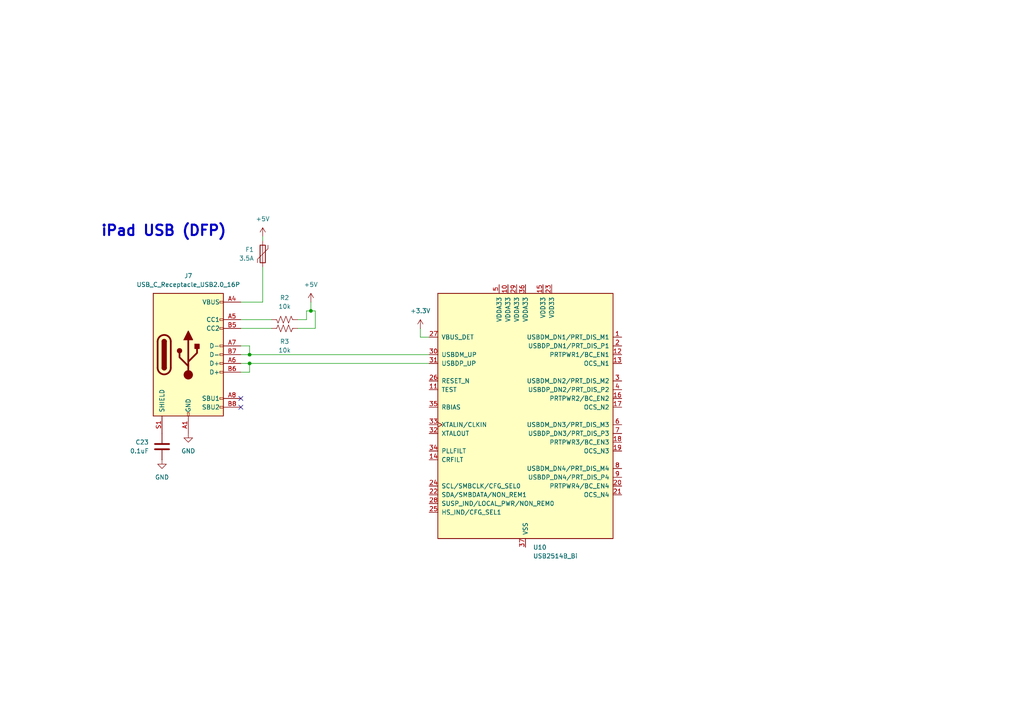
<source format=kicad_sch>
(kicad_sch (version 20231120) (generator "eeschema") (generator_version "8.0")
  (paper "A4")
  (lib_symbols
    (symbol "Connector:USB_C_Receptacle_USB2.0_16P" (pin_names (offset 1.016))
      (property "Reference" "J" (at 0 22.225 0))
      (property "Value" "USB_C_Receptacle_USB2.0_16P" (at 0 19.685 0))
      (symbol "USB_C_Receptacle_USB2.0_16P_0_0"
        (rectangle (start -0.254 -17.78) (end 0.254 -16.764))
        (rectangle (start 10.16 -14.986) (end 9.144 -15.494))
        (rectangle (start 10.16 -12.446) (end 9.144 -12.954))
        (rectangle (start 10.16 -4.826) (end 9.144 -5.334))
        (rectangle (start 10.16 -2.286) (end 9.144 -2.794))
        (rectangle (start 10.16 0.254) (end 9.144 -0.254))
        (rectangle (start 10.16 2.794) (end 9.144 2.286))
        (rectangle (start 10.16 7.874) (end 9.144 7.366))
        (rectangle (start 10.16 10.414) (end 9.144 9.906))
        (rectangle (start 10.16 15.494) (end 9.144 14.986))
      )
      (symbol "USB_C_Receptacle_USB2.0_16P_0_1"
        (rectangle (start -10.16 17.78) (end 10.16 -17.78) (stroke (width 0.254)) (fill (type background)))
        (arc (start -8.89 -3.81) (mid -6.985 -5.7067) (end -5.08 -3.81) (stroke (width 0.508)))
        (arc (start -7.62 -3.81) (mid -6.985 -4.4423) (end -6.35 -3.81) (stroke (width 0.254)))
        (arc (start -7.62 -3.81) (mid -6.985 -4.4423) (end -6.35 -3.81) (stroke (width 0.254)) (fill (type outline)))
        (rectangle (start -7.62 -3.81) (end -6.35 3.81) (stroke (width 0.254)) (fill (type outline)))
        (arc (start -6.35 3.81) (mid -6.985 4.4423) (end -7.62 3.81) (stroke (width 0.254)))
        (arc (start -6.35 3.81) (mid -6.985 4.4423) (end -7.62 3.81) (stroke (width 0.254)) (fill (type outline)))
        (arc (start -5.08 3.81) (mid -6.985 5.7067) (end -8.89 3.81) (stroke (width 0.508)))
        (circle (center -2.54 1.143) (radius 0.635) (stroke (width 0.254)) (fill (type outline)))
        (circle (center 0 -5.842) (radius 1.27) (fill (type outline)))
        (polyline (pts (xy -8.89 -3.81) (xy -8.89 3.81)) (stroke (width 0.508)))
        (polyline (pts (xy -5.08 3.81) (xy -5.08 -3.81)) (stroke (width 0.508)))
        (polyline (pts (xy 0 -5.842) (xy 0 4.318)) (stroke (width 0.508)))
        (polyline (pts (xy 0 -3.302) (xy -2.54 -0.762) (xy -2.54 0.508)) (stroke (width 0.508)))
        (polyline (pts (xy 0 -2.032) (xy 2.54 0.508) (xy 2.54 1.778)) (stroke (width 0.508)))
        (polyline (pts (xy -1.27 4.318) (xy 0 6.858) (xy 1.27 4.318) (xy -1.27 4.318)) (stroke (width 0.254)) (fill (type outline)))
        (rectangle (start 1.905 1.778) (end 3.175 3.048) (stroke (width 0.254)) (fill (type outline)))
      )
      (symbol "USB_C_Receptacle_USB2.0_16P_1_1"
        (pin passive line (at 0 -22.86 90) (length 5.08) (name "GND") (number "A1"))
        (pin passive line (at 0 -22.86 90) (length 5.08) hide (name "GND") (number "A12"))
        (pin passive line (at 15.24 15.24 180) (length 5.08) (name "VBUS") (number "A4"))
        (pin bidirectional line (at 15.24 10.16 180) (length 5.08) (name "CC1") (number "A5"))
        (pin bidirectional line (at 15.24 -2.54 180) (length 5.08) (name "D+") (number "A6"))
        (pin bidirectional line (at 15.24 2.54 180) (length 5.08) (name "D-") (number "A7"))
        (pin bidirectional line (at 15.24 -12.7 180) (length 5.08) (name "SBU1") (number "A8"))
        (pin passive line (at 15.24 15.24 180) (length 5.08) hide (name "VBUS") (number "A9"))
        (pin passive line (at 0 -22.86 90) (length 5.08) hide (name "GND") (number "B1"))
        (pin passive line (at 0 -22.86 90) (length 5.08) hide (name "GND") (number "B12"))
        (pin passive line (at 15.24 15.24 180) (length 5.08) hide (name "VBUS") (number "B4"))
        (pin bidirectional line (at 15.24 7.62 180) (length 5.08) (name "CC2") (number "B5"))
        (pin bidirectional line (at 15.24 -5.08 180) (length 5.08) (name "D+") (number "B6"))
        (pin bidirectional line (at 15.24 0 180) (length 5.08) (name "D-") (number "B7"))
        (pin bidirectional line (at 15.24 -15.24 180) (length 5.08) (name "SBU2") (number "B8"))
        (pin passive line (at 15.24 15.24 180) (length 5.08) hide (name "VBUS") (number "B9"))
        (pin passive line (at -7.62 -22.86 90) (length 5.08) (name "SHIELD") (number "S1"))
      )
    )
    (symbol "Device:C" (pin_numbers hide) (pin_names (offset 0.254))
      (property "Reference" "C" (at 0.635 2.54 0))
      (property "Value" "C" (at 0.635 -2.54 0))
      (symbol "C_0_1"
        (polyline (pts (xy -2.032 -0.762) (xy 2.032 -0.762)) (stroke (width 0.508)))
        (polyline (pts (xy -2.032 0.762) (xy 2.032 0.762)) (stroke (width 0.508)))
      )
      (symbol "C_1_1"
        (pin passive line (at 0 3.81 270) (length 2.794) (name "~") (number "1"))
        (pin passive line (at 0 -3.81 90) (length 2.794) (name "~") (number "2"))
      )
    )
    (symbol "Device:Polyfuse" (pin_numbers hide) (pin_names (offset 0))
      (property "Reference" "F" (at -2.54 0 90))
      (property "Value" "Polyfuse" (at 2.54 0 90))
      (symbol "Polyfuse_0_1"
        (rectangle (start -0.762 2.54) (end 0.762 -2.54) (stroke (width 0.254)))
        (polyline (pts (xy 0 2.54) (xy 0 -2.54)))
        (polyline (pts (xy -1.524 2.54) (xy -1.524 1.524) (xy 1.524 -1.524) (xy 1.524 -2.54)))
      )
      (symbol "Polyfuse_1_1"
        (pin passive line (at 0 3.81 270) (length 1.27) (name "~") (number "1"))
        (pin passive line (at 0 -3.81 90) (length 1.27) (name "~") (number "2"))
      )
    )
    (symbol "Device:R_US" (pin_numbers hide) (pin_names (offset 0))
      (property "Reference" "R" (at 2.54 0 90))
      (property "Value" "R_US" (at -2.54 0 90))
      (symbol "R_US_0_1"
        (polyline (pts (xy 0 -2.286) (xy 0 -2.54)))
        (polyline (pts (xy 0 2.286) (xy 0 2.54)))
        (polyline (pts (xy 0 -0.762) (xy 1.016 -1.143) (xy 0 -1.524) (xy -1.016 -1.905) (xy 0 -2.286)))
        (polyline (pts (xy 0 0.762) (xy 1.016 0.381) (xy 0 0) (xy -1.016 -0.381) (xy 0 -0.762)))
        (polyline (pts (xy 0 2.286) (xy 1.016 1.905) (xy 0 1.524) (xy -1.016 1.143) (xy 0 0.762)))
      )
      (symbol "R_US_1_1"
        (pin passive line (at 0 3.81 270) (length 1.27) (name "~") (number "1"))
        (pin passive line (at 0 -3.81 90) (length 1.27) (name "~") (number "2"))
      )
    )
    (symbol "Interface_USB:USB2514B_Bi" (pin_names (offset 1.016))
      (property "Reference" "U" (at -17.78 40.64 0))
      (property "Value" "USB2514B_Bi" (at -20.32 38.1 0))
      (symbol "USB2514B_Bi_0_1"
        (rectangle (start -25.4 35.56) (end 25.4 -35.56) (stroke (width 0.254)) (fill (type background)))
      )
      (symbol "USB2514B_Bi_1_1"
        (pin bidirectional line (at 27.94 22.86 180) (length 2.54) (name "USBDM_DN1/PRT_DIS_M1") (number "1"))
        (pin power_in line (at -5.08 38.1 270) (length 2.54) (name "VDDA33") (number "10"))
        (pin input line (at -27.94 7.62 0) (length 2.54) (name "TEST") (number "11"))
        (pin bidirectional line (at 27.94 17.78 180) (length 2.54) (name "PRTPWR1/BC_EN1") (number "12"))
        (pin input line (at 27.94 15.24 180) (length 2.54) (name "OCS_N1") (number "13"))
        (pin input line (at -27.94 -12.7 0) (length 2.54) (name "CRFILT") (number "14"))
        (pin power_in line (at 5.08 38.1 270) (length 2.54) (name "VDD33") (number "15"))
        (pin bidirectional line (at 27.94 5.08 180) (length 2.54) (name "PRTPWR2/BC_EN2") (number "16"))
        (pin input line (at 27.94 2.54 180) (length 2.54) (name "OCS_N2") (number "17"))
        (pin bidirectional line (at 27.94 -7.62 180) (length 2.54) (name "PRTPWR3/BC_EN3") (number "18"))
        (pin input line (at 27.94 -10.16 180) (length 2.54) (name "OCS_N3") (number "19"))
        (pin bidirectional line (at 27.94 20.32 180) (length 2.54) (name "USBDP_DN1/PRT_DIS_P1") (number "2"))
        (pin bidirectional line (at 27.94 -20.32 180) (length 2.54) (name "PRTPWR4/BC_EN4") (number "20"))
        (pin input line (at 27.94 -22.86 180) (length 2.54) (name "OCS_N4") (number "21"))
        (pin bidirectional line (at -27.94 -22.86 0) (length 2.54) (name "SDA/SMBDATA/NON_REM1") (number "22"))
        (pin power_in line (at 7.62 38.1 270) (length 2.54) (name "VDD33") (number "23"))
        (pin bidirectional line (at -27.94 -20.32 0) (length 2.54) (name "SCL/SMBCLK/CFG_SEL0") (number "24"))
        (pin bidirectional line (at -27.94 -27.94 0) (length 2.54) (name "HS_IND/CFG_SEL1") (number "25"))
        (pin input line (at -27.94 10.16 0) (length 2.54) (name "RESET_N") (number "26"))
        (pin input line (at -27.94 22.86 0) (length 2.54) (name "VBUS_DET") (number "27"))
        (pin bidirectional line (at -27.94 -25.4 0) (length 2.54) (name "SUSP_IND/LOCAL_PWR/NON_REM0") (number "28"))
        (pin power_in line (at -2.54 38.1 270) (length 2.54) (name "VDDA33") (number "29"))
        (pin bidirectional line (at 27.94 10.16 180) (length 2.54) (name "USBDM_DN2/PRT_DIS_M2") (number "3"))
        (pin bidirectional line (at -27.94 17.78 0) (length 2.54) (name "USBDM_UP") (number "30"))
        (pin bidirectional line (at -27.94 15.24 0) (length 2.54) (name "USBDP_UP") (number "31"))
        (pin output line (at -27.94 -5.08 0) (length 2.54) (name "XTALOUT") (number "32"))
        (pin input clock (at -27.94 -2.54 0) (length 2.54) (name "XTALIN/CLKIN") (number "33"))
        (pin input line (at -27.94 -10.16 0) (length 2.54) (name "PLLFILT") (number "34"))
        (pin input line (at -27.94 2.54 0) (length 2.54) (name "RBIAS") (number "35"))
        (pin power_in line (at 0 38.1 270) (length 2.54) (name "VDDA33") (number "36"))
        (pin power_in line (at 0 -38.1 90) (length 2.54) (name "VSS") (number "37"))
        (pin bidirectional line (at 27.94 7.62 180) (length 2.54) (name "USBDP_DN2/PRT_DIS_P2") (number "4"))
        (pin power_in line (at -7.62 38.1 270) (length 2.54) (name "VDDA33") (number "5"))
        (pin bidirectional line (at 27.94 -2.54 180) (length 2.54) (name "USBDM_DN3/PRT_DIS_M3") (number "6"))
        (pin bidirectional line (at 27.94 -5.08 180) (length 2.54) (name "USBDP_DN3/PRT_DIS_P3") (number "7"))
        (pin bidirectional line (at 27.94 -15.24 180) (length 2.54) (name "USBDM_DN4/PRT_DIS_M4") (number "8"))
        (pin bidirectional line (at 27.94 -17.78 180) (length 2.54) (name "USBDP_DN4/PRT_DIS_P4") (number "9"))
      )
    )
    (symbol "power:+3.3V" (power) (pin_numbers hide) (pin_names (offset 0) hide)
      (property "Value" "+3.3V" (at 0 3.556 0))
      (symbol "+3.3V_0_1"
        (polyline (pts (xy -0.762 1.27) (xy 0 2.54)))
        (polyline (pts (xy 0 0) (xy 0 2.54)))
        (polyline (pts (xy 0 2.54) (xy 0.762 1.27)))
      )
      (symbol "+3.3V_1_1"
        (pin power_in line (at 0 0 90) (length 0) (name "~") (number "1"))
      )
    )
    (symbol "power:+5V" (power) (pin_numbers hide) (pin_names (offset 0) hide)
      (property "Value" "+5V" (at 0 3.556 0))
      (symbol "+5V_0_1"
        (polyline (pts (xy -0.762 1.27) (xy 0 2.54)))
        (polyline (pts (xy 0 0) (xy 0 2.54)))
        (polyline (pts (xy 0 2.54) (xy 0.762 1.27)))
      )
      (symbol "+5V_1_1"
        (pin power_in line (at 0 0 90) (length 0) (name "~") (number "1"))
      )
    )
    (symbol "power:GND" (power) (pin_numbers hide) (pin_names (offset 0) hide)
      (property "Value" "GND" (at 0 -3.81 0))
      (symbol "GND_0_1"
        (polyline (pts (xy 0 0) (xy 0 -1.27) (xy 1.27 -1.27) (xy 0 -2.54) (xy -1.27 -1.27) (xy 0 -1.27)))
      )
      (symbol "GND_1_1"
        (pin power_in line (at 0 0 270) (length 0) (name "~") (number "1"))
      )
    )
  )
  (junction (at 72.39 105.41))
  (junction (at 90.17 90.17))
  (junction (at 72.39 102.87))
  (no_connect (at 69.85 115.57))
  (no_connect (at 69.85 118.11))
  (wire (pts (xy 72.39 100.33) (xy 72.39 102.87)))
  (wire (pts (xy 88.9 90.17) (xy 88.9 92.71)))
  (wire (pts (xy 78.74 92.71) (xy 69.85 92.71)))
  (wire (pts (xy 124.46 97.79) (xy 121.92 97.79)))
  (wire (pts (xy 72.39 102.87) (xy 124.46 102.87)))
  (wire (pts (xy 76.2 68.58) (xy 76.2 69.85)))
  (wire (pts (xy 76.2 77.47) (xy 76.2 87.63)))
  (wire (pts (xy 91.44 90.17) (xy 90.17 90.17)))
  (wire (pts (xy 121.92 95.25) (xy 121.92 97.79)))
  (wire (pts (xy 78.74 95.25) (xy 69.85 95.25)))
  (wire (pts (xy 86.36 95.25) (xy 91.44 95.25)))
  (wire (pts (xy 72.39 105.41) (xy 69.85 105.41)))
  (wire (pts (xy 69.85 107.95) (xy 72.39 107.95)))
  (wire (pts (xy 69.85 87.63) (xy 76.2 87.63)))
  (wire (pts (xy 91.44 90.17) (xy 91.44 95.25)))
  (wire (pts (xy 86.36 92.71) (xy 88.9 92.71)))
  (wire (pts (xy 72.39 100.33) (xy 69.85 100.33)))
  (wire (pts (xy 90.17 90.17) (xy 88.9 90.17)))
  (wire (pts (xy 90.17 87.63) (xy 90.17 90.17)))
  (wire (pts (xy 72.39 105.41) (xy 124.46 105.41)))
  (wire (pts (xy 72.39 102.87) (xy 69.85 102.87)))
  (wire (pts (xy 72.39 107.95) (xy 72.39 105.41)))
  (text "iPad USB (DFP)" (at 47.498 67.056 0) (effects (font (size 3 3) (thickness 0.6) (bold yes))))
  (symbol (lib_id "power:+3.3V") (at 121.92 95.25 0) (unit 1)
    (property "Reference" "#PWR022" (effects (hide yes)))
    (property "Value" "+3.3V" (at 121.92 90.17 0))
    (property "Description" "Power symbol creates a global label with name \"+3.3V\"" (effects (hide yes)))
  )
  (symbol (lib_id "power:GND") (at 54.61 125.73 0) (mirror y) (unit 1)
    (property "Reference" "#PWR07" (effects (hide yes)))
    (property "Value" "GND" (at 54.61 130.81 0))
    (property "Description" "Power symbol creates a global label with name \"GND\" , ground" (effects (hide yes)))
  )
  (symbol (lib_id "Device:R_US") (at 82.55 95.25 90) (unit 1)
    (property "Reference" "R3" (at 82.55 99.06 90))
    (property "Value" "10k" (at 82.55 101.6 90))
    (property "Description" "Resistor, US symbol" (effects (hide yes)))
  )
  (symbol (lib_id "power:GND") (at 46.99 133.35 0) (mirror y) (unit 1)
    (property "Reference" "#PWR08" (effects (hide yes)))
    (property "Value" "GND" (at 46.99 138.43 0))
    (property "Description" "Power symbol creates a global label with name \"GND\" , ground" (effects (hide yes)))
  )
  (symbol (lib_id "Device:C") (at 46.99 129.54 0) (mirror y) (unit 1)
    (property "Reference" "C23" (at 43.18 128.2699 0) (effects (justify left)))
    (property "Value" "0.1uF" (at 43.18 130.8099 0) (effects (justify left)))
    (property "Description" "Unpolarized capacitor" (effects (hide yes)))
  )
  (symbol (lib_id "power:+5V") (at 90.17 87.63 0) (mirror y) (unit 1)
    (property "Reference" "#PWR01" (effects (hide yes)))
    (property "Value" "+5V" (at 90.17 82.55 0))
    (property "Description" "Power symbol creates a global label with name \"+5V\"" (effects (hide yes)))
  )
  (symbol (lib_id "Device:Polyfuse") (at 76.2 73.66 0) (mirror y) (unit 1)
    (property "Reference" "F1" (at 73.66 72.3899 0) (effects (justify left)))
    (property "Value" "3.5A" (at 73.66 74.9299 0) (effects (justify left)))
    (property "Description" "Resettable fuse, polymeric positive temperature coefficient" (effects (hide yes)))
  )
  (symbol (lib_id "Connector:USB_C_Receptacle_USB2.0_16P") (at 54.61 102.87 0) (unit 1)
    (property "Reference" "J7" (at 54.61 80.01 0))
    (property "Value" "USB_C_Receptacle_USB2.0_16P" (at 54.61 82.55 0))
    (property "Footprint" "Connector_USB:USB_C_Receptacle_JAE_DX07S016JA1R1500" (effects (hide yes)))
    (property "Datasheet" "https://www.usb.org/sites/default/files/documents/usb_type-c.zip" (effects (hide yes)))
    (property "Description" "USB 2.0-only 16P Type-C Receptacle connector" (effects (hide yes)))
  )
  (symbol (lib_id "Interface_USB:USB2514B_Bi") (at 152.4 120.65 0) (unit 1)
    (property "Reference" "U10" (at 154.5941 158.75 0) (effects (justify left)))
    (property "Value" "USB2514B_Bi" (at 154.5941 161.29 0) (effects (justify left)))
    (property "Footprint" "Package_DFN_QFN:QFN-36-1EP_6x6mm_P0.5mm_EP3.7x3.7mm" (effects (hide yes)))
    (property "Datasheet" "http://ww1.microchip.com/downloads/en/DeviceDoc/00001692C.pdf" (effects (hide yes)))
    (property "Description" "USB 2.0 Hi-Speed Hub Controller" (effects (hide yes)))
  )
  (symbol (lib_id "Device:R_US") (at 82.55 92.71 270) (mirror x) (unit 1)
    (property "Reference" "R2" (at 82.55 86.36 90))
    (property "Value" "10k" (at 82.55 88.9 90))
    (property "Description" "Resistor, US symbol" (effects (hide yes)))
  )
  (symbol (lib_id "power:+5V") (at 76.2 68.58 0) (mirror y) (unit 1)
    (property "Reference" "#PWR04" (effects (hide yes)))
    (property "Value" "+5V" (at 76.2 63.5 0))
    (property "Description" "Power symbol creates a global label with name \"+5V\"" (effects (hide yes)))
  )
)
</source>
